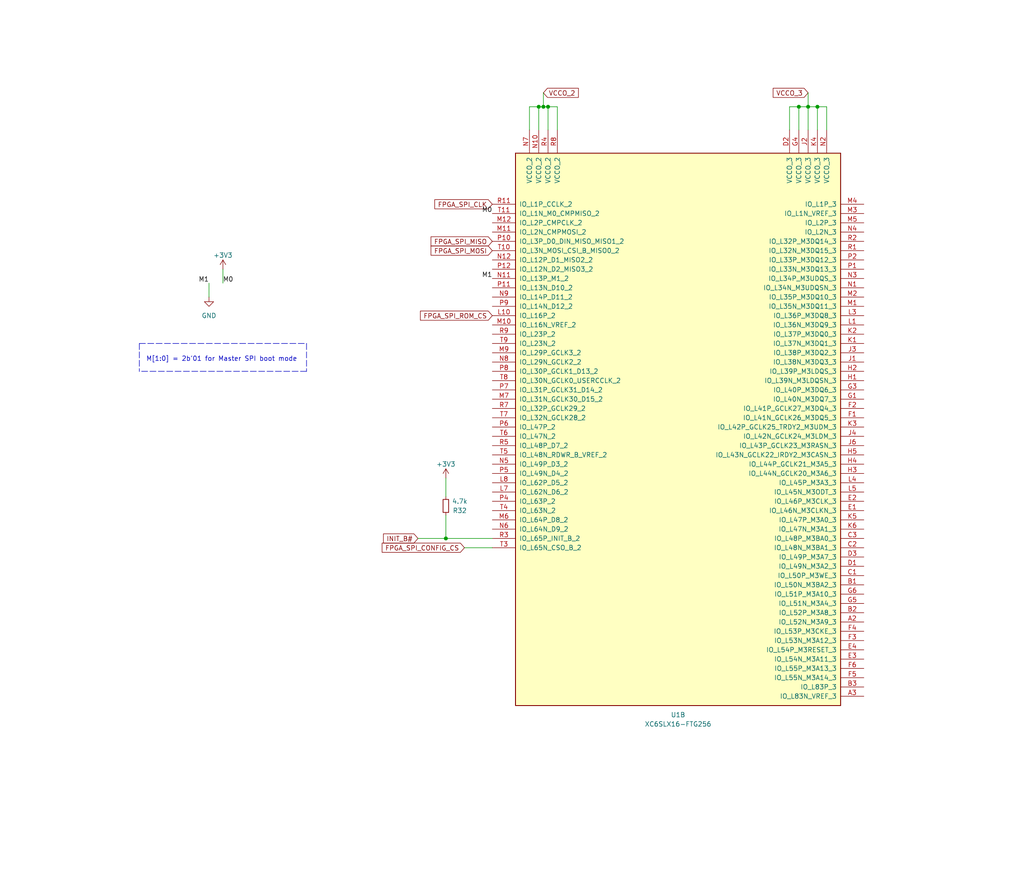
<source format=kicad_sch>
(kicad_sch (version 20210406) (generator eeschema)
  (paper "User" 280.01 240.005)
  (lib_symbols
    (symbol "Device:R_Small" (pin_numbers hide) (pin_names (offset 0.254) hide)
      (property "Reference" "R" (at 0.762 0.508 0))
      (property "Value" "R_Small" (at 0.762 -1.016 0))
      (symbol "R_Small_0_1"
        (rectangle (start -0.762 1.778) (end 0.762 -1.778) (stroke (width 0.2032)))
      )
      (symbol "R_Small_1_1"
        (pin passive line (at 0 2.54 270) (length 0.762) (name "~") (number "1"))
        (pin passive line (at 0 -2.54 90) (length 0.762) (name "~") (number "2"))
      )
    )
    (symbol "FPGA_Xilinx_Spartan6:XC6SLX16-FTG256" (pin_names (offset 1.016))
      (property "Reference" "U" (at 0 1.27 0))
      (property "Value" "XC6SLX16-FTG256" (at 0 -1.27 0))
      (symbol "XC6SLX16-FTG256_1_1"
        (rectangle (start -44.45 72.39) (end 44.45 -78.74) (stroke (width 0.254)) (fill (type background)))
        (pin bidirectional line (at -50.8 10.16 0) (length 6.35) (name "IO_L35N_GCLK16_0") (number "A10"))
        (pin bidirectional line (at -50.8 -10.16 0) (length 6.35) (name "IO_L39N_0") (number "A11"))
        (pin bidirectional line (at -50.8 -20.32 0) (length 6.35) (name "IO_L62N_VREF_0") (number "A12"))
        (pin bidirectional line (at -50.8 -25.4 0) (length 6.35) (name "IO_L63N_SCP6_0") (number "A13"))
        (pin bidirectional line (at -50.8 -35.56 0) (length 6.35) (name "IO_L65N_SCP2_0") (number "A14"))
        (pin bidirectional line (at -50.8 55.88 0) (length 6.35) (name "IO_L1N_VREF_0") (number "A4"))
        (pin bidirectional line (at -50.8 50.8 0) (length 6.35) (name "IO_L2N_0") (number "A5"))
        (pin bidirectional line (at -50.8 40.64 0) (length 6.35) (name "IO_L4N_0") (number "A6"))
        (pin bidirectional line (at -50.8 30.48 0) (length 6.35) (name "IO_L6N_0") (number "A7"))
        (pin bidirectional line (at -50.8 20.32 0) (length 6.35) (name "IO_L33N_0") (number "A8"))
        (pin bidirectional line (at -50.8 15.24 0) (length 6.35) (name "IO_L34N_GCLK18_0") (number "A9"))
        (pin bidirectional line (at -50.8 12.7 0) (length 6.35) (name "IO_L35P_GCLK17_0") (number "B10"))
        (pin bidirectional line (at -50.8 -17.78 0) (length 6.35) (name "IO_L62P_0") (number "B12"))
        (pin power_in line (at -35.56 78.74 270) (length 6.35) (name "VCCO_0") (number "B13"))
        (pin bidirectional line (at -50.8 -33.02 0) (length 6.35) (name "IO_L65P_SCP3_0") (number "B14"))
        (pin bidirectional line (at 50.8 53.34 180) (length 6.35) (name "IO_L29P_A23_M1A13_1") (number "B15"))
        (pin bidirectional line (at 50.8 50.8 180) (length 6.35) (name "IO_L29N_A22_M1A14_1") (number "B16"))
        (pin power_in line (at -40.64 78.74 270) (length 6.35) (name "VCCO_0") (number "B4"))
        (pin bidirectional line (at -50.8 53.34 0) (length 6.35) (name "IO_L2P_0") (number "B5"))
        (pin bidirectional line (at -50.8 43.18 0) (length 6.35) (name "IO_L4P_0") (number "B6"))
        (pin bidirectional line (at -50.8 22.86 0) (length 6.35) (name "IO_L33P_0") (number "B8"))
        (pin power_in line (at -38.1 78.74 270) (length 6.35) (name "VCCO_0") (number "B9"))
        (pin bidirectional line (at -50.8 0 0) (length 6.35) (name "IO_L37N_GCLK12_0") (number "C10"))
        (pin bidirectional line (at -50.8 -7.62 0) (length 6.35) (name "IO_L39P_0") (number "C11"))
        (pin bidirectional line (at -50.8 -22.86 0) (length 6.35) (name "IO_L63P_SCP7_0") (number "C13"))
        (pin bidirectional line (at 50.8 33.02 180) (length 6.35) (name "IO_L33P_A15_M1A10_1") (number "C15"))
        (pin bidirectional line (at 50.8 30.48 180) (length 6.35) (name "IO_L33N_A14_M1A4_1") (number "C16"))
        (pin bidirectional line (at -50.8 58.42 0) (length 6.35) (name "IO_L1P_HSWAPEN_0") (number "C4"))
        (pin bidirectional line (at -50.8 45.72 0) (length 6.35) (name "IO_L3N_0") (number "C5"))
        (pin bidirectional line (at -50.8 25.4 0) (length 6.35) (name "IO_L7N_0") (number "C6"))
        (pin bidirectional line (at -50.8 33.02 0) (length 6.35) (name "IO_L6P_0") (number "C7"))
        (pin bidirectional line (at -50.8 -5.08 0) (length 6.35) (name "IO_L38N_VREF_0") (number "C8"))
        (pin bidirectional line (at -50.8 17.78 0) (length 6.35) (name "IO_L34P_GCLK19_0") (number "C9"))
        (pin power_in line (at -30.48 78.74 270) (length 6.35) (name "VCCO_0") (number "D10"))
        (pin bidirectional line (at -50.8 -38.1 0) (length 6.35) (name "IO_L66P_SCP1_0") (number "D11"))
        (pin bidirectional line (at -50.8 -40.64 0) (length 6.35) (name "IO_L66N_SCP0_0") (number "D12"))
        (pin bidirectional line (at 50.8 43.18 180) (length 6.35) (name "IO_L31P_A19_M1CKE_1") (number "D14"))
        (pin power_in line (at 27.94 78.74 270) (length 6.35) (name "VCCO_1") (number "D15"))
        (pin bidirectional line (at 50.8 40.64 180) (length 6.35) (name "IO_L31N_A18_M1A12_1") (number "D16"))
        (pin bidirectional line (at -50.8 48.26 0) (length 6.35) (name "IO_L3P_0") (number "D5"))
        (pin bidirectional line (at -50.8 27.94 0) (length 6.35) (name "IO_L7P_0") (number "D6"))
        (pin power_in line (at -33.02 78.74 270) (length 6.35) (name "VCCO_0") (number "D7"))
        (pin bidirectional line (at -50.8 -2.54 0) (length 6.35) (name "IO_L38P_0") (number "D8"))
        (pin bidirectional line (at -50.8 -15.24 0) (length 6.35) (name "IO_L40N_0") (number "D9"))
        (pin bidirectional line (at -50.8 2.54 0) (length 6.35) (name "IO_L37P_GCLK13_0") (number "E10"))
        (pin bidirectional line (at -50.8 -30.48 0) (length 6.35) (name "IO_L64N_SCP4_0") (number "E11"))
        (pin bidirectional line (at 50.8 55.88 180) (length 6.35) (name "IO_L1N_A24_VREF_1") (number "E12"))
        (pin bidirectional line (at 50.8 58.42 180) (length 6.35) (name "IO_L1P_A25_1") (number "E13"))
        (pin bidirectional line (at 50.8 27.94 180) (length 6.35) (name "IO_L34P_A13_M1WE_1") (number "E15"))
        (pin bidirectional line (at 50.8 25.4 180) (length 6.35) (name "IO_L34N_A12_M1BA2_1") (number "E16"))
        (pin bidirectional line (at -50.8 35.56 0) (length 6.35) (name "IO_L5N_0") (number "E6"))
        (pin bidirectional line (at -50.8 7.62 0) (length 6.35) (name "IO_L36P_GCLK15_0") (number "E7"))
        (pin bidirectional line (at -50.8 5.08 0) (length 6.35) (name "IO_L36N_GCLK14_0") (number "E8"))
        (pin bidirectional line (at -50.8 -27.94 0) (length 6.35) (name "IO_L64P_SCP5_0") (number "F10"))
        (pin bidirectional line (at 50.8 48.26 180) (length 6.35) (name "IO_L30P_A21_M1RESET_1") (number "F12"))
        (pin bidirectional line (at 50.8 38.1 180) (length 6.35) (name "IO_L32P_A17_M1A8_1") (number "F13"))
        (pin bidirectional line (at 50.8 35.56 180) (length 6.35) (name "IO_L32N_A16_M1A9_1") (number "F14"))
        (pin bidirectional line (at 50.8 22.86 180) (length 6.35) (name "IO_L35P_A11_M1A7_1") (number "F15"))
        (pin bidirectional line (at 50.8 20.32 180) (length 6.35) (name "IO_L35N_A10_M1A2_1") (number "F16"))
        (pin bidirectional line (at -50.8 38.1 0) (length 6.35) (name "IO_L5P_0") (number "F7"))
        (pin bidirectional line (at -50.8 -12.7 0) (length 6.35) (name "IO_L40P_0") (number "F9"))
        (pin bidirectional line (at 50.8 45.72 180) (length 6.35) (name "IO_L30N_A20_M1A11_1") (number "G11"))
        (pin bidirectional line (at 50.8 7.62 180) (length 6.35) (name "IO_L38P_A5_M1CLK_1") (number "G12"))
        (pin power_in line (at 30.48 78.74 270) (length 6.35) (name "VCCO_1") (number "G13"))
        (pin bidirectional line (at 50.8 17.78 180) (length 6.35) (name "IO_L36P_A9_M1BA0_1") (number "G14"))
        (pin bidirectional line (at 50.8 15.24 180) (length 6.35) (name "IO_L36N_A8_M1BA1_1") (number "G16"))
        (pin bidirectional line (at 50.8 5.08 180) (length 6.35) (name "IO_L38N_A4_M1CLKN_1") (number "H11"))
        (pin bidirectional line (at 50.8 2.54 180) (length 6.35) (name "IO_L39P_M1A3_1") (number "H13"))
        (pin bidirectional line (at 50.8 0 180) (length 6.35) (name "IO_L39N_M1ODT_1") (number "H14"))
        (pin bidirectional line (at 50.8 12.7 180) (length 6.35) (name "IO_L37P_A7_M1A0_1") (number "H15"))
        (pin bidirectional line (at 50.8 10.16 180) (length 6.35) (name "IO_L37N_A6_M1A1_1") (number "H16"))
        (pin bidirectional line (at 50.8 -2.54 180) (length 6.35) (name "IO_L40P_GCLK11_M1A5_1") (number "J11"))
        (pin bidirectional line (at 50.8 -5.08 180) (length 6.35) (name "IO_L40N_GCLK10_M1A6_1") (number "J12"))
        (pin bidirectional line (at 50.8 -7.62 180) (length 6.35) (name "IO_L41P_GCLK9_IRDY1_M1RASN_1") (number "J13"))
        (pin bidirectional line (at 50.8 -17.78 180) (length 6.35) (name "IO_L43P_GCLK5_M1DQ4_1") (number "J14"))
        (pin power_in line (at 33.02 78.74 270) (length 6.35) (name "VCCO_1") (number "J15"))
        (pin bidirectional line (at 50.8 -20.32 180) (length 6.35) (name "IO_L43N_GCLK4_M1DQ5_1") (number "J16"))
        (pin bidirectional line (at 50.8 -15.24 180) (length 6.35) (name "IO_L42N_GCLK6_TRDY1_M1LDM_1") (number "K11"))
        (pin bidirectional line (at 50.8 -12.7 180) (length 6.35) (name "IO_L42P_GCLK7_M1UDM_1") (number "K12"))
        (pin power_in line (at 35.56 78.74 270) (length 6.35) (name "VCCO_1") (number "K13"))
        (pin bidirectional line (at 50.8 -10.16 180) (length 6.35) (name "IO_L41N_GCLK8_M1CASN_1") (number "K14"))
        (pin bidirectional line (at 50.8 -22.86 180) (length 6.35) (name "IO_L44P_A3_M1DQ6_1") (number "K15"))
        (pin bidirectional line (at 50.8 -25.4 180) (length 6.35) (name "IO_L44N_A2_M1DQ7_1") (number "K16"))
        (pin bidirectional line (at 50.8 -68.58 180) (length 6.35) (name "IO_L53P_1") (number "L12"))
        (pin bidirectional line (at 50.8 -71.12 180) (length 6.35) (name "IO_L53N_VREF_1") (number "L13"))
        (pin bidirectional line (at 50.8 -38.1 180) (length 6.35) (name "IO_L47P_FWE_B_M1DQ0_1") (number "L14"))
        (pin bidirectional line (at 50.8 -40.64 180) (length 6.35) (name "IO_L47N_LDC_M1DQ1_1") (number "L16"))
        (pin bidirectional line (at 50.8 -73.66 180) (length 6.35) (name "IO_L74P_AWAKE_1") (number "M13"))
        (pin bidirectional line (at 50.8 -76.2 180) (length 6.35) (name "IO_L74N_DOUT_BUSY_1") (number "M14"))
        (pin bidirectional line (at 50.8 -33.02 180) (length 6.35) (name "IO_L46P_FCS_B_M1DQ2_1") (number "M15"))
        (pin bidirectional line (at 50.8 -35.56 180) (length 6.35) (name "IO_L46N_FOE_B_M1DQ3_1") (number "M16"))
        (pin bidirectional line (at 50.8 -27.94 180) (length 6.35) (name "IO_L45P_A1_M1LDQS_1") (number "N14"))
        (pin power_in line (at 38.1 78.74 270) (length 6.35) (name "VCCO_1") (number "N15"))
        (pin bidirectional line (at 50.8 -30.48 180) (length 6.35) (name "IO_L45N_A0_M1LDQSN_1") (number "N16"))
        (pin bidirectional line (at 50.8 -43.18 180) (length 6.35) (name "IO_L48P_HDC_M1DQ8_1") (number "P15"))
        (pin bidirectional line (at 50.8 -45.72 180) (length 6.35) (name "IO_L48N_M1DQ9_1") (number "P16"))
        (pin bidirectional line (at 50.8 -63.5 180) (length 6.35) (name "IO_L52P_M1DQ14_1") (number "R12"))
        (pin power_in line (at 40.64 78.74 270) (length 6.35) (name "VCCO_1") (number "R13"))
        (pin bidirectional line (at 50.8 -53.34 180) (length 6.35) (name "IO_L50P_M1UDQS_1") (number "R14"))
        (pin bidirectional line (at 50.8 -48.26 180) (length 6.35) (name "IO_L49P_M1DQ10_1") (number "R15"))
        (pin bidirectional line (at 50.8 -50.8 180) (length 6.35) (name "IO_L49N_M1DQ11_1") (number "R16"))
        (pin bidirectional line (at 50.8 -66.04 180) (length 6.35) (name "IO_L52N_M1DQ15_1") (number "T12"))
        (pin bidirectional line (at 50.8 -60.96 180) (length 6.35) (name "IO_L51N_M1DQ13_1") (number "T13"))
        (pin bidirectional line (at 50.8 -58.42 180) (length 6.35) (name "IO_L51P_M1DQ12_1") (number "T14"))
        (pin bidirectional line (at 50.8 -55.88 180) (length 6.35) (name "IO_L50N_M1UDQSN_1") (number "T15"))
      )
      (symbol "XC6SLX16-FTG256_2_1"
        (rectangle (start -44.45 72.39) (end 44.45 -78.74) (stroke (width 0.254)) (fill (type background)))
        (pin bidirectional line (at 50.8 -55.88 180) (length 6.35) (name "IO_L52N_M3A9_3") (number "A2"))
        (pin bidirectional line (at 50.8 -76.2 180) (length 6.35) (name "IO_L83N_VREF_3") (number "A3"))
        (pin bidirectional line (at 50.8 -45.72 180) (length 6.35) (name "IO_L50N_M3BA2_3") (number "B1"))
        (pin bidirectional line (at 50.8 -53.34 180) (length 6.35) (name "IO_L52P_M3A8_3") (number "B2"))
        (pin bidirectional line (at 50.8 -73.66 180) (length 6.35) (name "IO_L83P_3") (number "B3"))
        (pin bidirectional line (at 50.8 -43.18 180) (length 6.35) (name "IO_L50P_M3WE_3") (number "C1"))
        (pin bidirectional line (at 50.8 -35.56 180) (length 6.35) (name "IO_L48N_M3BA1_3") (number "C2"))
        (pin bidirectional line (at 50.8 -33.02 180) (length 6.35) (name "IO_L48P_M3BA0_3") (number "C3"))
        (pin bidirectional line (at 50.8 -40.64 180) (length 6.35) (name "IO_L49N_M3A2_3") (number "D1"))
        (pin power_in line (at 30.48 78.74 270) (length 6.35) (name "VCCO_3") (number "D2"))
        (pin bidirectional line (at 50.8 -38.1 180) (length 6.35) (name "IO_L49P_M3A7_3") (number "D3"))
        (pin bidirectional line (at 50.8 -25.4 180) (length 6.35) (name "IO_L46N_M3CLKN_3") (number "E1"))
        (pin bidirectional line (at 50.8 -22.86 180) (length 6.35) (name "IO_L46P_M3CLK_3") (number "E2"))
        (pin bidirectional line (at 50.8 -66.04 180) (length 6.35) (name "IO_L54N_M3A11_3") (number "E3"))
        (pin bidirectional line (at 50.8 -63.5 180) (length 6.35) (name "IO_L54P_M3RESET_3") (number "E4"))
        (pin bidirectional line (at 50.8 0 180) (length 6.35) (name "IO_L41N_GCLK26_M3DQ5_3") (number "F1"))
        (pin bidirectional line (at 50.8 2.54 180) (length 6.35) (name "IO_L41P_GCLK27_M3DQ4_3") (number "F2"))
        (pin bidirectional line (at 50.8 -60.96 180) (length 6.35) (name "IO_L53N_M3A12_3") (number "F3"))
        (pin bidirectional line (at 50.8 -58.42 180) (length 6.35) (name "IO_L53P_M3CKE_3") (number "F4"))
        (pin bidirectional line (at 50.8 -71.12 180) (length 6.35) (name "IO_L55N_M3A14_3") (number "F5"))
        (pin bidirectional line (at 50.8 -68.58 180) (length 6.35) (name "IO_L55P_M3A13_3") (number "F6"))
        (pin bidirectional line (at 50.8 5.08 180) (length 6.35) (name "IO_L40N_M3DQ7_3") (number "G1"))
        (pin bidirectional line (at 50.8 7.62 180) (length 6.35) (name "IO_L40P_M3DQ6_3") (number "G3"))
        (pin power_in line (at 33.02 78.74 270) (length 6.35) (name "VCCO_3") (number "G4"))
        (pin bidirectional line (at 50.8 -50.8 180) (length 6.35) (name "IO_L51N_M3A4_3") (number "G5"))
        (pin bidirectional line (at 50.8 -48.26 180) (length 6.35) (name "IO_L51P_M3A10_3") (number "G6"))
        (pin bidirectional line (at 50.8 10.16 180) (length 6.35) (name "IO_L39N_M3LDQSN_3") (number "H1"))
        (pin bidirectional line (at 50.8 12.7 180) (length 6.35) (name "IO_L39P_M3LDQS_3") (number "H2"))
        (pin bidirectional line (at 50.8 -15.24 180) (length 6.35) (name "IO_L44N_GCLK20_M3A6_3") (number "H3"))
        (pin bidirectional line (at 50.8 -12.7 180) (length 6.35) (name "IO_L44P_GCLK21_M3A5_3") (number "H4"))
        (pin bidirectional line (at 50.8 -10.16 180) (length 6.35) (name "IO_L43N_GCLK22_IRDY2_M3CASN_3") (number "H5"))
        (pin bidirectional line (at 50.8 15.24 180) (length 6.35) (name "IO_L38N_M3DQ3_3") (number "J1"))
        (pin power_in line (at 35.56 78.74 270) (length 6.35) (name "VCCO_3") (number "J2"))
        (pin bidirectional line (at 50.8 17.78 180) (length 6.35) (name "IO_L38P_M3DQ2_3") (number "J3"))
        (pin bidirectional line (at 50.8 -5.08 180) (length 6.35) (name "IO_L42N_GCLK24_M3LDM_3") (number "J4"))
        (pin bidirectional line (at 50.8 -7.62 180) (length 6.35) (name "IO_L43P_GCLK23_M3RASN_3") (number "J6"))
        (pin bidirectional line (at 50.8 20.32 180) (length 6.35) (name "IO_L37N_M3DQ1_3") (number "K1"))
        (pin bidirectional line (at 50.8 22.86 180) (length 6.35) (name "IO_L37P_M3DQ0_3") (number "K2"))
        (pin bidirectional line (at 50.8 -2.54 180) (length 6.35) (name "IO_L42P_GCLK25_TRDY2_M3UDM_3") (number "K3"))
        (pin power_in line (at 38.1 78.74 270) (length 6.35) (name "VCCO_3") (number "K4"))
        (pin bidirectional line (at 50.8 -27.94 180) (length 6.35) (name "IO_L47P_M3A0_3") (number "K5"))
        (pin bidirectional line (at 50.8 -30.48 180) (length 6.35) (name "IO_L47N_M3A1_3") (number "K6"))
        (pin bidirectional line (at 50.8 25.4 180) (length 6.35) (name "IO_L36N_M3DQ9_3") (number "L1"))
        (pin bidirectional line (at -50.8 27.94 0) (length 6.35) (name "IO_L16P_2") (number "L10"))
        (pin bidirectional line (at 50.8 27.94 180) (length 6.35) (name "IO_L36P_M3DQ8_3") (number "L3"))
        (pin bidirectional line (at 50.8 -17.78 180) (length 6.35) (name "IO_L45P_M3A3_3") (number "L4"))
        (pin bidirectional line (at 50.8 -20.32 180) (length 6.35) (name "IO_L45N_M3ODT_3") (number "L5"))
        (pin bidirectional line (at -50.8 -20.32 0) (length 6.35) (name "IO_L62N_D6_2") (number "L7"))
        (pin bidirectional line (at -50.8 -17.78 0) (length 6.35) (name "IO_L62P_D5_2") (number "L8"))
        (pin bidirectional line (at 50.8 30.48 180) (length 6.35) (name "IO_L35N_M3DQ11_3") (number "M1"))
        (pin bidirectional line (at -50.8 25.4 0) (length 6.35) (name "IO_L16N_VREF_2") (number "M10"))
        (pin bidirectional line (at -50.8 50.8 0) (length 6.35) (name "IO_L2N_CMPMOSI_2") (number "M11"))
        (pin bidirectional line (at -50.8 53.34 0) (length 6.35) (name "IO_L2P_CMPCLK_2") (number "M12"))
        (pin bidirectional line (at 50.8 33.02 180) (length 6.35) (name "IO_L35P_M3DQ10_3") (number "M2"))
        (pin bidirectional line (at 50.8 55.88 180) (length 6.35) (name "IO_L1N_VREF_3") (number "M3"))
        (pin bidirectional line (at 50.8 58.42 180) (length 6.35) (name "IO_L1P_3") (number "M4"))
        (pin bidirectional line (at 50.8 53.34 180) (length 6.35) (name "IO_L2P_3") (number "M5"))
        (pin bidirectional line (at -50.8 -27.94 0) (length 6.35) (name "IO_L64P_D8_2") (number "M6"))
        (pin bidirectional line (at -50.8 5.08 0) (length 6.35) (name "IO_L31N_GCLK30_D15_2") (number "M7"))
        (pin bidirectional line (at -50.8 17.78 0) (length 6.35) (name "IO_L29P_GCLK3_2") (number "M9"))
        (pin bidirectional line (at 50.8 35.56 180) (length 6.35) (name "IO_L34N_M3UDQSN_3") (number "N1"))
        (pin power_in line (at -38.1 78.74 270) (length 6.35) (name "VCCO_2") (number "N10"))
        (pin bidirectional line (at -50.8 38.1 0) (length 6.35) (name "IO_L13P_M1_2") (number "N11"))
        (pin bidirectional line (at -50.8 43.18 0) (length 6.35) (name "IO_L12P_D1_MISO2_2") (number "N12"))
        (pin power_in line (at 40.64 78.74 270) (length 6.35) (name "VCCO_3") (number "N2"))
        (pin bidirectional line (at 50.8 38.1 180) (length 6.35) (name "IO_L34P_M3UDQS_3") (number "N3"))
        (pin bidirectional line (at 50.8 50.8 180) (length 6.35) (name "IO_L2N_3") (number "N4"))
        (pin bidirectional line (at -50.8 -12.7 0) (length 6.35) (name "IO_L49P_D3_2") (number "N5"))
        (pin bidirectional line (at -50.8 -30.48 0) (length 6.35) (name "IO_L64N_D9_2") (number "N6"))
        (pin power_in line (at -40.64 78.74 270) (length 6.35) (name "VCCO_2") (number "N7"))
        (pin bidirectional line (at -50.8 15.24 0) (length 6.35) (name "IO_L29N_GCLK2_2") (number "N8"))
        (pin bidirectional line (at -50.8 33.02 0) (length 6.35) (name "IO_L14P_D11_2") (number "N9"))
        (pin bidirectional line (at 50.8 40.64 180) (length 6.35) (name "IO_L33N_M3DQ13_3") (number "P1"))
        (pin bidirectional line (at -50.8 48.26 0) (length 6.35) (name "IO_L3P_D0_DIN_MISO_MISO1_2") (number "P10"))
        (pin bidirectional line (at -50.8 35.56 0) (length 6.35) (name "IO_L13N_D10_2") (number "P11"))
        (pin bidirectional line (at -50.8 40.64 0) (length 6.35) (name "IO_L12N_D2_MISO3_2") (number "P12"))
        (pin bidirectional line (at 50.8 43.18 180) (length 6.35) (name "IO_L33P_M3DQ12_3") (number "P2"))
        (pin bidirectional line (at -50.8 -22.86 0) (length 6.35) (name "IO_L63P_2") (number "P4"))
        (pin bidirectional line (at -50.8 -15.24 0) (length 6.35) (name "IO_L49N_D4_2") (number "P5"))
        (pin bidirectional line (at -50.8 -2.54 0) (length 6.35) (name "IO_L47P_2") (number "P6"))
        (pin bidirectional line (at -50.8 7.62 0) (length 6.35) (name "IO_L31P_GCLK31_D14_2") (number "P7"))
        (pin bidirectional line (at -50.8 12.7 0) (length 6.35) (name "IO_L30P_GCLK1_D13_2") (number "P8"))
        (pin bidirectional line (at -50.8 30.48 0) (length 6.35) (name "IO_L14N_D12_2") (number "P9"))
        (pin bidirectional line (at 50.8 45.72 180) (length 6.35) (name "IO_L32N_M3DQ15_3") (number "R1"))
        (pin bidirectional line (at -50.8 58.42 0) (length 6.35) (name "IO_L1P_CCLK_2") (number "R11"))
        (pin bidirectional line (at 50.8 48.26 180) (length 6.35) (name "IO_L32P_M3DQ14_3") (number "R2"))
        (pin bidirectional line (at -50.8 -33.02 0) (length 6.35) (name "IO_L65P_INIT_B_2") (number "R3"))
        (pin power_in line (at -35.56 78.74 270) (length 6.35) (name "VCCO_2") (number "R4"))
        (pin bidirectional line (at -50.8 -7.62 0) (length 6.35) (name "IO_L48P_D7_2") (number "R5"))
        (pin bidirectional line (at -50.8 2.54 0) (length 6.35) (name "IO_L32P_GCLK29_2") (number "R7"))
        (pin power_in line (at -33.02 78.74 270) (length 6.35) (name "VCCO_2") (number "R8"))
        (pin bidirectional line (at -50.8 22.86 0) (length 6.35) (name "IO_L23P_2") (number "R9"))
        (pin bidirectional line (at -50.8 45.72 0) (length 6.35) (name "IO_L3N_MOSI_CSI_B_MISO0_2") (number "T10"))
        (pin bidirectional line (at -50.8 55.88 0) (length 6.35) (name "IO_L1N_M0_CMPMISO_2") (number "T11"))
        (pin bidirectional line (at -50.8 -35.56 0) (length 6.35) (name "IO_L65N_CSO_B_2") (number "T3"))
        (pin bidirectional line (at -50.8 -25.4 0) (length 6.35) (name "IO_L63N_2") (number "T4"))
        (pin bidirectional line (at -50.8 -10.16 0) (length 6.35) (name "IO_L48N_RDWR_B_VREF_2") (number "T5"))
        (pin bidirectional line (at -50.8 -5.08 0) (length 6.35) (name "IO_L47N_2") (number "T6"))
        (pin bidirectional line (at -50.8 0 0) (length 6.35) (name "IO_L32N_GCLK28_2") (number "T7"))
        (pin bidirectional line (at -50.8 10.16 0) (length 6.35) (name "IO_L30N_GCLK0_USERCCLK_2") (number "T8"))
        (pin bidirectional line (at -50.8 20.32 0) (length 6.35) (name "IO_L23N_2") (number "T9"))
      )
      (symbol "XC6SLX16-FTG256_3_1"
        (rectangle (start -31.75 15.24) (end 31.75 -15.24) (stroke (width 0.254)) (fill (type background)))
        (pin bidirectional line (at 38.1 7.62 180) (length 6.35) (name "TMS") (number "A15"))
        (pin bidirectional line (at 38.1 12.7 180) (length 6.35) (name "TDI") (number "C12"))
        (pin bidirectional line (at 38.1 5.08 180) (length 6.35) (name "TCK") (number "C14"))
        (pin bidirectional line (at 38.1 10.16 180) (length 6.35) (name "TDO") (number "E14"))
        (pin bidirectional line (at 38.1 -12.7 180) (length 6.35) (name "CMPCS_B_2") (number "L11"))
        (pin bidirectional line (at 38.1 0 180) (length 6.35) (name "DONE_2") (number "P13"))
        (pin bidirectional line (at 38.1 -7.62 180) (length 6.35) (name "SUSPEND") (number "P14"))
        (pin bidirectional line (at 38.1 -2.54 180) (length 6.35) (name "PROGRAM_B_2") (number "T2"))
      )
      (symbol "XC6SLX16-FTG256_4_1"
        (rectangle (start -19.05 30.48) (end 19.05 -30.48) (stroke (width 0.254)) (fill (type background)))
        (pin power_in line (at -25.4 2.54 0) (length 6.35) (name "GND") (number "A1"))
        (pin power_in line (at -25.4 0 0) (length 6.35) (name "GND") (number "A16"))
        (pin power_in line (at -25.4 -5.08 0) (length 6.35) (name "GND") (number "B11"))
        (pin power_in line (at -25.4 -2.54 0) (length 6.35) (name "GND") (number "B7"))
        (pin power_in line (at -25.4 -10.16 0) (length 6.35) (name "GND") (number "D13"))
        (pin power_in line (at -25.4 -7.62 0) (length 6.35) (name "GND") (number "D4"))
        (pin power_in line (at -25.4 27.94 0) (length 6.35) (name "VCCAUX") (number "E5"))
        (pin power_in line (at -25.4 -12.7 0) (length 6.35) (name "GND") (number "E9"))
        (pin power_in line (at -25.4 22.86 0) (length 6.35) (name "VCCAUX") (number "F11"))
        (pin power_in line (at -25.4 25.4 0) (length 6.35) (name "VCCAUX") (number "F8"))
        (pin power_in line (at -25.4 20.32 0) (length 6.35) (name "VCCAUX") (number "G10"))
        (pin power_in line (at -25.4 -20.32 0) (length 6.35) (name "GND") (number "G15"))
        (pin power_in line (at -25.4 -15.24 0) (length 6.35) (name "GND") (number "G2"))
        (pin power_in line (at 25.4 27.94 180) (length 6.35) (name "VCCINT") (number "G7"))
        (pin power_in line (at -25.4 -17.78 0) (length 6.35) (name "GND") (number "G8"))
        (pin power_in line (at 25.4 25.4 180) (length 6.35) (name "VCCINT") (number "G9"))
        (pin power_in line (at 25.4 20.32 180) (length 6.35) (name "VCCINT") (number "H10"))
        (pin power_in line (at -25.4 -27.94 0) (length 6.35) (name "GND") (number "H12"))
        (pin power_in line (at -25.4 17.78 0) (length 6.35) (name "VCCAUX") (number "H6"))
        (pin power_in line (at -25.4 -22.86 0) (length 6.35) (name "GND") (number "H7"))
        (pin power_in line (at 25.4 22.86 180) (length 6.35) (name "VCCINT") (number "H8"))
        (pin power_in line (at -25.4 -25.4 0) (length 6.35) (name "GND") (number "H9"))
        (pin power_in line (at -25.4 15.24 0) (length 6.35) (name "VCCAUX") (number "J10"))
        (pin power_in line (at 25.4 2.54 180) (length 6.35) (name "GND") (number "J5"))
        (pin power_in line (at 25.4 17.78 180) (length 6.35) (name "VCCINT") (number "J7"))
        (pin power_in line (at 25.4 0 180) (length 6.35) (name "GND") (number "J8"))
        (pin power_in line (at 25.4 15.24 180) (length 6.35) (name "VCCINT") (number "J9"))
        (pin power_in line (at 25.4 10.16 180) (length 6.35) (name "VCCINT") (number "K10"))
        (pin power_in line (at 25.4 -2.54 180) (length 6.35) (name "GND") (number "K7"))
        (pin power_in line (at 25.4 12.7 180) (length 6.35) (name "VCCINT") (number "K8"))
        (pin power_in line (at 25.4 -5.08 180) (length 6.35) (name "GND") (number "K9"))
        (pin power_in line (at 25.4 -10.16 180) (length 6.35) (name "GND") (number "L15"))
        (pin power_in line (at 25.4 -7.62 180) (length 6.35) (name "GND") (number "L2"))
        (pin power_in line (at -25.4 12.7 0) (length 6.35) (name "VCCAUX") (number "L6"))
        (pin power_in line (at -25.4 10.16 0) (length 6.35) (name "VCCAUX") (number "L9"))
        (pin power_in line (at 25.4 -12.7 180) (length 6.35) (name "GND") (number "M8"))
        (pin power_in line (at 25.4 -15.24 180) (length 6.35) (name "GND") (number "N13"))
        (pin power_in line (at 25.4 -17.78 180) (length 6.35) (name "GND") (number "P3"))
        (pin power_in line (at 25.4 -22.86 180) (length 6.35) (name "GND") (number "R10"))
        (pin power_in line (at 25.4 -20.32 180) (length 6.35) (name "GND") (number "R6"))
        (pin power_in line (at 25.4 -25.4 180) (length 6.35) (name "GND") (number "T1"))
        (pin power_in line (at 25.4 -27.94 180) (length 6.35) (name "GND") (number "T16"))
      )
    )
    (symbol "power:+3V3" (power) (pin_names (offset 0))
      (property "Value" "+3V3" (at 0 3.556 0))
      (symbol "+3V3_0_1"
        (polyline (pts (xy -0.762 1.27) (xy 0 2.54)))
        (polyline (pts (xy 0 0) (xy 0 2.54)))
        (polyline (pts (xy 0 2.54) (xy 0.762 1.27)))
      )
      (symbol "+3V3_1_1"
        (pin power_in line (at 0 0 90) (length 0) hide (name "+3V3") (number "1"))
      )
    )
    (symbol "power:GND" (power) (pin_names (offset 0))
      (property "Value" "GND" (at 0 -3.81 0))
      (symbol "GND_0_1"
        (polyline (pts (xy 0 0) (xy 0 -1.27) (xy 1.27 -1.27) (xy 0 -2.54) (xy -1.27 -1.27) (xy 0 -1.27)))
      )
      (symbol "GND_1_1"
        (pin power_in line (at 0 0 270) (length 0) hide (name "GND") (number "1"))
      )
    )
  )
  (junction (at 121.92 147.32) (diameter 0.9144))
  (junction (at 147.32 29.21) (diameter 0.9144))
  (junction (at 148.59 29.21) (diameter 0.9144))
  (junction (at 149.86 29.21) (diameter 0.9144))
  (junction (at 218.44 29.21) (diameter 0.9144))
  (junction (at 220.98 29.21) (diameter 0.9144))
  (junction (at 223.52 29.21) (diameter 0.9144))
  (wire (pts (xy 57.15 77.47) (xy 57.15 81.28)))
  (wire (pts (xy 60.96 73.66) (xy 60.96 77.47)))
  (wire (pts (xy 114.3 147.32) (xy 121.92 147.32)))
  (wire (pts (xy 121.92 130.81) (xy 121.92 135.89)))
  (wire (pts (xy 121.92 147.32) (xy 121.92 140.97)))
  (wire (pts (xy 127 149.86) (xy 134.62 149.86)))
  (wire (pts (xy 134.62 147.32) (xy 121.92 147.32)))
  (wire (pts (xy 144.78 29.21) (xy 147.32 29.21)))
  (wire (pts (xy 144.78 35.56) (xy 144.78 29.21)))
  (wire (pts (xy 147.32 29.21) (xy 147.32 35.56)))
  (wire (pts (xy 147.32 29.21) (xy 148.59 29.21)))
  (wire (pts (xy 148.59 25.4) (xy 148.59 29.21)))
  (wire (pts (xy 149.86 29.21) (xy 148.59 29.21)))
  (wire (pts (xy 149.86 29.21) (xy 149.86 35.56)))
  (wire (pts (xy 149.86 29.21) (xy 152.4 29.21)))
  (wire (pts (xy 152.4 35.56) (xy 152.4 29.21)))
  (wire (pts (xy 215.9 29.21) (xy 215.9 35.56)))
  (wire (pts (xy 215.9 29.21) (xy 218.44 29.21)))
  (wire (pts (xy 218.44 29.21) (xy 218.44 35.56)))
  (wire (pts (xy 218.44 29.21) (xy 220.98 29.21)))
  (wire (pts (xy 220.98 25.4) (xy 220.98 29.21)))
  (wire (pts (xy 220.98 29.21) (xy 220.98 35.56)))
  (wire (pts (xy 220.98 29.21) (xy 223.52 29.21)))
  (wire (pts (xy 223.52 29.21) (xy 226.06 29.21)))
  (wire (pts (xy 223.52 35.56) (xy 223.52 29.21)))
  (wire (pts (xy 226.06 35.56) (xy 226.06 29.21)))
  (polyline (pts (xy 38.1 93.98) (xy 38.1 101.6)) (stroke (width 0) (type dash)))
  (polyline (pts (xy 38.1 93.98) (xy 83.82 93.98)) (stroke (width 0) (type dash)))
  (polyline (pts (xy 83.82 93.98) (xy 83.82 101.6)) (stroke (width 0) (type dash)))
  (polyline (pts (xy 83.82 101.6) (xy 38.1 101.6)) (stroke (width 0) (type dash)))
  (text "M[1:0] = 2b'01 for Master SPI boot mode" (at 81.28 99.06 180) (effects (font (size 1.27 1.27)) (justify right bottom)))
  (label "M1" (at 57.15 77.47 180))
  (label "M0" (at 60.96 77.47 0))
  (label "M0" (at 134.62 58.42 180))
  (label "M1" (at 134.62 76.2 180))
  (global_label "INIT_B#" (shape input) (at 114.3 147.32 180) (property "Intersheet References" "${INTERSHEET_REFS}" (effects hide)))
  (global_label "FPGA_SPI_CONFIG_CS" (shape input) (at 127 149.86 180) (property "Intersheet References" "${INTERSHEET_REFS}" (effects hide)))
  (global_label "FPGA_SPI_CLK" (shape input) (at 134.62 55.88 180) (property "Intersheet References" "${INTERSHEET_REFS}" (effects hide)))
  (global_label "FPGA_SPI_MISO" (shape input) (at 134.62 66.04 180) (property "Intersheet References" "${INTERSHEET_REFS}" (effects hide)))
  (global_label "FPGA_SPI_MOSI" (shape input) (at 134.62 68.58 180) (property "Intersheet References" "${INTERSHEET_REFS}" (effects hide)))
  (global_label "FPGA_SPI_ROM_CS" (shape input) (at 134.62 86.36 180) (property "Intersheet References" "${INTERSHEET_REFS}" (effects hide)))
  (global_label "VCCO_2" (shape input) (at 148.59 25.4 0) (property "Intersheet References" "${INTERSHEET_REFS}" (effects hide)))
  (global_label "VCCO_3" (shape input) (at 220.98 25.4 180) (property "Intersheet References" "${INTERSHEET_REFS}" (effects hide)))
  (symbol (lib_id "power:+3V3") (at 60.96 73.66 0) (mirror y) (unit 1)
    (property "Reference" "#PWR087" (effects hide))
    (property "Value" "+3V3" (at 60.96 69.85 0))
  )
  (symbol (lib_id "power:+3V3") (at 121.92 130.81 0) (unit 1)
    (property "Reference" "#PWR089" (effects hide))
    (property "Value" "+3V3" (at 121.92 127 0))
  )
  (symbol (lib_id "power:GND") (at 57.15 81.28 0) (mirror y) (unit 1)
    (property "Reference" "#PWR088" (effects hide))
    (property "Value" "GND" (at 57.15 86.36 0))
  )
  (symbol (lib_id "Device:R_Small") (at 121.92 138.43 180) (unit 1)
    (property "Reference" "R32" (at 125.73 139.7 0))
    (property "Value" "4.7k" (at 125.73 137.16 0))
    (property "Footprint" "Resistor_SMD:R_0402_1005Metric" (effects hide))
  )
  (symbol (lib_id "FPGA_Xilinx_Spartan6:XC6SLX16-FTG256") (at 185.42 114.3 0) (unit 2)
    (property "Reference" "U1" (at 185.42 195.58 0))
    (property "Value" "XC6SLX16-FTG256" (at 185.42 198.12 0))
    (property "Footprint" "Package_BGA:Xilinx_FTG256" (effects hide))
  )
)
</source>
